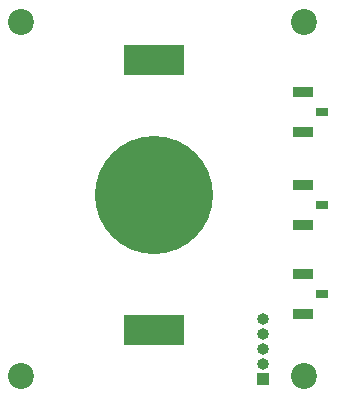
<source format=gbs>
G04 #@! TF.FileFunction,Soldermask,Bot*
%FSLAX46Y46*%
G04 Gerber Fmt 4.6, Leading zero omitted, Abs format (unit mm)*
G04 Created by KiCad (PCBNEW 4.0.5) date 05/04/17 19:44:32*
%MOMM*%
%LPD*%
G01*
G04 APERTURE LIST*
%ADD10C,0.100000*%
%ADD11C,2.200000*%
%ADD12R,1.000000X1.000000*%
%ADD13O,1.000000X1.000000*%
%ADD14R,1.700000X0.900000*%
%ADD15R,1.100000X0.800000*%
%ADD16R,5.100000X2.500000*%
%ADD17C,10.000000*%
G04 APERTURE END LIST*
D10*
D11*
X127304800Y-56464200D03*
X127304800Y-86410800D03*
X103365300Y-86410800D03*
D12*
X123825000Y-86741000D03*
D13*
X123825000Y-85471000D03*
X123825000Y-84201000D03*
X123825000Y-82931000D03*
X123825000Y-81661000D03*
D14*
X127196000Y-77802000D03*
X127196000Y-81202000D03*
D15*
X128836000Y-79502000D03*
D14*
X127196000Y-70309000D03*
X127196000Y-73709000D03*
D15*
X128836000Y-72009000D03*
D14*
X127196000Y-62435000D03*
X127196000Y-65835000D03*
D15*
X128836000Y-64135000D03*
D16*
X114554000Y-59670000D03*
X114554000Y-82570000D03*
D17*
X114554000Y-71120000D03*
D11*
X103327200Y-56464200D03*
M02*

</source>
